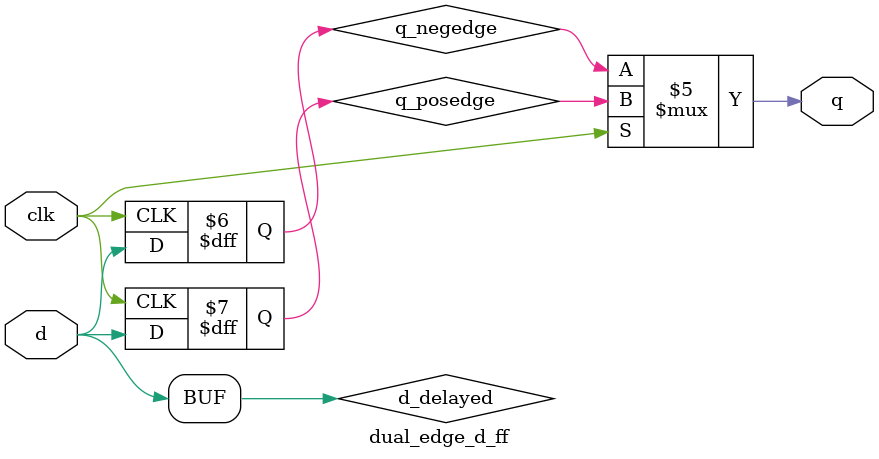
<source format=sv>
module dual_edge_d_ff (
    input wire clk,
    input wire d,
    output reg q
);
    reg d_delayed;
    reg q_posedge, q_negedge;
    
    // 前置寄存器捕获输入数据，减少输入到第一级寄存器的延迟
    always @(*) begin
        d_delayed = d;
    end
    
    // 在正边沿捕获预处理后的数据
    always @(posedge clk) begin
        q_posedge <= d_delayed;
    end
    
    // 在负边沿捕获预处理后的数据
    always @(negedge clk) begin
        q_negedge <= d_delayed;
    end
    
    // 输出多路复用器
    always @(*) begin
        q = clk ? q_posedge : q_negedge;
    end
endmodule
</source>
